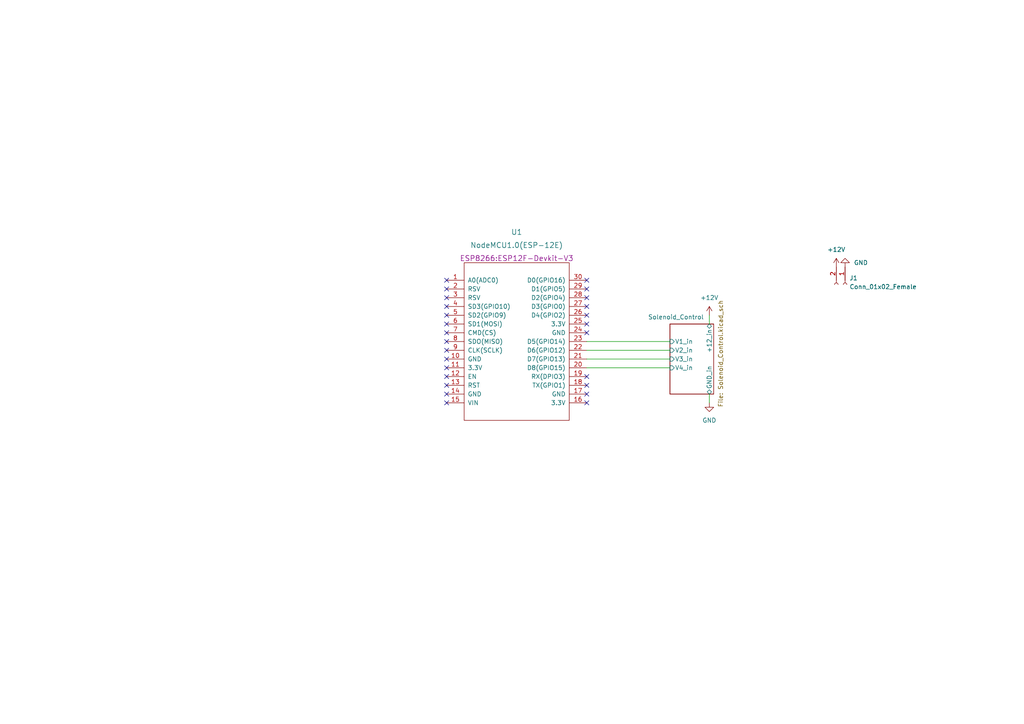
<source format=kicad_sch>
(kicad_sch (version 20211123) (generator eeschema)
  (paper "A4")
  (lib_symbols
    (symbol "Connector:Conn_01x02_Female" (pin_names (offset 1.016) hide)
      (property "Reference" "J" (at 0 2.54 0))
      (property "Value" "Conn_01x02_Female" (at 0 -5.08 0))
      (symbol "Conn_01x02_Female_1_1"
        (arc (start 0 -2.032) (mid -0.508 -2.54) (end 0 -3.048) (stroke (width 0.1524)))
        (polyline (pts (xy -1.27 -2.54) (xy -0.508 -2.54)) (stroke (width 0.1524)))
        (polyline (pts (xy -1.27 0) (xy -0.508 0)) (stroke (width 0.1524)))
        (arc (start 0 0.508) (mid -0.508 0) (end 0 -0.508) (stroke (width 0.1524)))
        (pin passive line (at -5.08 0 0) (length 3.81) (name "Pin_1") (number "1"))
        (pin passive line (at -5.08 -2.54 0) (length 3.81) (name "Pin_2") (number "2"))
      )
    )
    (symbol "ESP8266:NodeMCU1.0(ESP-12E)" (pin_names (offset 1.016))
      (property "Reference" "U" (at 0 21.59 0))
      (property "Value" "NodeMCU1.0(ESP-12E)" (at 0 -21.59 0))
      (symbol "NodeMCU1.0(ESP-12E)_0_1"
        (rectangle (start -15.24 -22.86) (end 15.24 22.86))
      )
      (symbol "NodeMCU1.0(ESP-12E)_1_1"
        (pin input line (at -20.32 17.78 0) (length 5.08) (name "A0(ADC0)") (number "1"))
        (pin input line (at -20.32 -5.08 0) (length 5.08) (name "GND") (number "10"))
        (pin input line (at -20.32 -7.62 0) (length 5.08) (name "3.3V") (number "11"))
        (pin input line (at -20.32 -10.16 0) (length 5.08) (name "EN") (number "12"))
        (pin input line (at -20.32 -12.7 0) (length 5.08) (name "RST") (number "13"))
        (pin input line (at -20.32 -15.24 0) (length 5.08) (name "GND") (number "14"))
        (pin input line (at -20.32 -17.78 0) (length 5.08) (name "VIN") (number "15"))
        (pin input line (at 20.32 -17.78 180) (length 5.08) (name "3.3V") (number "16"))
        (pin input line (at 20.32 -15.24 180) (length 5.08) (name "GND") (number "17"))
        (pin input line (at 20.32 -12.7 180) (length 5.08) (name "TX(GPIO1)") (number "18"))
        (pin input line (at 20.32 -10.16 180) (length 5.08) (name "RX(DPIO3)") (number "19"))
        (pin input line (at -20.32 15.24 0) (length 5.08) (name "RSV") (number "2"))
        (pin input line (at 20.32 -7.62 180) (length 5.08) (name "D8(GPIO15)") (number "20"))
        (pin input line (at 20.32 -5.08 180) (length 5.08) (name "D7(GPIO13)") (number "21"))
        (pin input line (at 20.32 -2.54 180) (length 5.08) (name "D6(GPIO12)") (number "22"))
        (pin input line (at 20.32 0 180) (length 5.08) (name "D5(GPIO14)") (number "23"))
        (pin input line (at 20.32 2.54 180) (length 5.08) (name "GND") (number "24"))
        (pin input line (at 20.32 5.08 180) (length 5.08) (name "3.3V") (number "25"))
        (pin input line (at 20.32 7.62 180) (length 5.08) (name "D4(GPIO2)") (number "26"))
        (pin input line (at 20.32 10.16 180) (length 5.08) (name "D3(GPIO0)") (number "27"))
        (pin input line (at 20.32 12.7 180) (length 5.08) (name "D2(GPIO4)") (number "28"))
        (pin input line (at 20.32 15.24 180) (length 5.08) (name "D1(GPIO5)") (number "29"))
        (pin input line (at -20.32 12.7 0) (length 5.08) (name "RSV") (number "3"))
        (pin input line (at 20.32 17.78 180) (length 5.08) (name "D0(GPIO16)") (number "30"))
        (pin input line (at -20.32 10.16 0) (length 5.08) (name "SD3(GPIO10)") (number "4"))
        (pin input line (at -20.32 7.62 0) (length 5.08) (name "SD2(GPIO9)") (number "5"))
        (pin input line (at -20.32 5.08 0) (length 5.08) (name "SD1(MOSI)") (number "6"))
        (pin input line (at -20.32 2.54 0) (length 5.08) (name "CMD(CS)") (number "7"))
        (pin input line (at -20.32 0 0) (length 5.08) (name "SDO(MISO)") (number "8"))
        (pin input line (at -20.32 -2.54 0) (length 5.08) (name "CLK(SCLK)") (number "9"))
      )
    )
    (symbol "power:+12V" (power) (pin_names (offset 0))
      (property "Value" "+12V" (at 0 3.556 0))
      (symbol "+12V_0_1"
        (polyline (pts (xy -0.762 1.27) (xy 0 2.54)))
        (polyline (pts (xy 0 0) (xy 0 2.54)))
        (polyline (pts (xy 0 2.54) (xy 0.762 1.27)))
      )
      (symbol "+12V_1_1"
        (pin power_in line (at 0 0 90) (length 0) hide (name "+12V") (number "1"))
      )
    )
    (symbol "power:GND" (power) (pin_names (offset 0))
      (property "Value" "GND" (at 0 -3.81 0))
      (symbol "GND_0_1"
        (polyline (pts (xy 0 0) (xy 0 -1.27) (xy 1.27 -1.27) (xy 0 -2.54) (xy -1.27 -1.27) (xy 0 -1.27)))
      )
      (symbol "GND_1_1"
        (pin power_in line (at 0 0 270) (length 0) hide (name "GND") (number "1"))
      )
    )
  )
  (no_connect (at 170.18 116.84))
  (no_connect (at 129.54 93.98))
  (no_connect (at 129.54 96.52))
  (no_connect (at 129.54 99.06))
  (no_connect (at 129.54 101.6))
  (no_connect (at 129.54 81.28))
  (no_connect (at 129.54 83.82))
  (no_connect (at 129.54 86.36))
  (no_connect (at 129.54 88.9))
  (no_connect (at 129.54 91.44))
  (no_connect (at 129.54 116.84))
  (no_connect (at 129.54 111.76))
  (no_connect (at 129.54 109.22))
  (no_connect (at 170.18 96.52))
  (no_connect (at 170.18 93.98))
  (no_connect (at 170.18 91.44))
  (no_connect (at 170.18 81.28))
  (no_connect (at 170.18 83.82))
  (no_connect (at 170.18 86.36))
  (no_connect (at 170.18 88.9))
  (no_connect (at 170.18 109.22))
  (no_connect (at 170.18 111.76))
  (no_connect (at 129.54 106.68))
  (no_connect (at 129.54 114.3))
  (no_connect (at 170.18 114.3))
  (no_connect (at 129.54 104.14))
  (wire (pts (xy 170.18 104.14) (xy 194.31 104.14)))
  (wire (pts (xy 205.74 114.3) (xy 205.74 116.84)))
  (wire (pts (xy 205.74 91.44) (xy 205.74 93.98)))
  (wire (pts (xy 170.18 106.68) (xy 194.31 106.68)))
  (wire (pts (xy 170.18 99.06) (xy 194.31 99.06)))
  (wire (pts (xy 170.18 101.6) (xy 194.31 101.6)))
  (symbol (lib_id "Connector:Conn_01x02_Female") (at 245.11 82.55 270) (unit 1)
    (property "Reference" "J1" (at 246.38 80.6449 90) (effects (justify left)))
    (property "Value" "Conn_01x02_Female" (at 246.38 83.1849 90) (effects (justify left)))
    (property "Footprint" "Connector_PinHeader_1.00mm:PinHeader_1x02_P1.00mm_Vertical" (effects hide))
  )
  (symbol (lib_id "power:GND") (at 245.11 77.47 180) (unit 1)
    (property "Reference" "#PWR04" (effects hide))
    (property "Value" "GND" (at 247.65 76.1999 0) (effects (justify right)))
  )
  (symbol (lib_id "power:+12V") (at 242.57 77.47 0) (unit 1)
    (property "Reference" "#PWR03" (effects hide))
    (property "Value" "+12V" (at 242.57 72.39 0))
  )
  (symbol (lib_id "ESP8266:NodeMCU1.0(ESP-12E)") (at 149.86 99.06 0) (unit 1)
    (property "Reference" "U1" (at 149.86 67.31 0) (effects (font (size 1.524 1.524))))
    (property "Value" "NodeMCU1.0(ESP-12E)" (at 149.86 71.12 0) (effects (font (size 1.524 1.524))))
    (property "Footprint" "ESP8266:ESP12F-Devkit-V3" (at 149.86 74.93 0) (effects (font (size 1.524 1.524))))
  )
  (symbol (lib_id "power:GND") (at 205.74 116.84 0) (unit 1)
    (property "Reference" "#PWR02" (effects hide))
    (property "Value" "GND" (at 205.74 121.92 0))
  )
  (symbol (lib_id "power:+12V") (at 205.74 91.44 0) (unit 1)
    (property "Reference" "#PWR01" (effects hide))
    (property "Value" "+12V" (at 205.74 86.36 0))
  )
  (sheet (at 194.31 93.98) (size 12.7 20.32) (stroke (width 0.1524))
    (property "Sheet name" "Solenoid_Control" (at 187.96 92.71 0) (effects (justify left bottom)))
    (property "Sheet file" "Solenoid_Control.kicad_sch" (at 208.28 118.11 90) (effects (justify left top)))
    (pin "V1_in" input (at 194.31 99.06 180))
    (pin "+12_in" bidirectional (at 205.74 93.98 90))
    (pin "GND_in" bidirectional (at 205.74 114.3 270))
    (pin "V3_in" input (at 194.31 104.14 180))
    (pin "V2_in" input (at 194.31 101.6 180))
    (pin "V4_in" input (at 194.31 106.68 180))
  )
)
</source>
